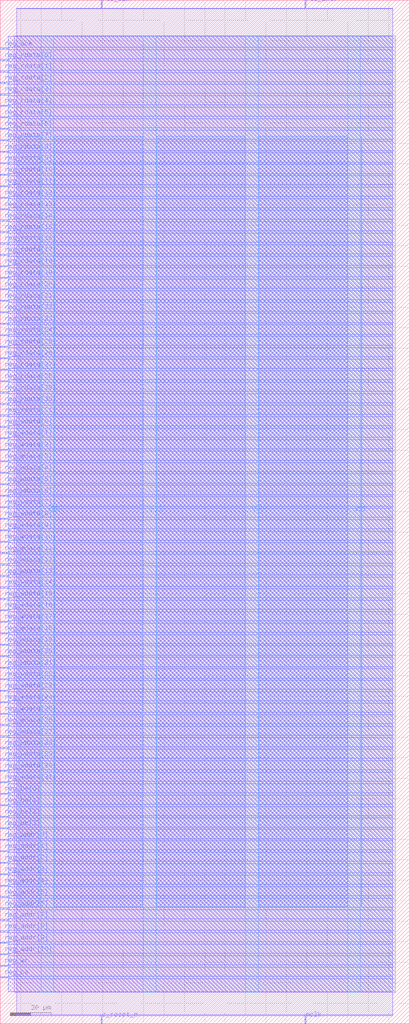
<source format=lef>
VERSION 5.7 ;
  NOWIREEXTENSIONATPIN ON ;
  DIVIDERCHAR "/" ;
  BUSBITCHARS "[]" ;
MACRO peri_top
  CLASS BLOCK ;
  FOREIGN peri_top ;
  ORIGIN 0.000 0.000 ;
  SIZE 200.000 BY 500.000 ;
  PIN VDD
    DIRECTION INOUT ;
    USE POWER ;
    PORT
      LAYER Metal4 ;
        RECT 19.940 15.380 26.140 482.460 ;
    END
    PORT
      LAYER Metal4 ;
        RECT 119.940 15.380 126.140 482.460 ;
    END
  END VDD
  PIN VSS
    DIRECTION INOUT ;
    USE GROUND ;
    PORT
      LAYER Metal4 ;
        RECT 69.940 15.380 76.140 482.460 ;
    END
    PORT
      LAYER Metal4 ;
        RECT 169.940 15.380 176.140 482.460 ;
    END
  END VSS
  PIN mclk
    DIRECTION INPUT ;
    USE SIGNAL ;
    ANTENNAGATEAREA 4.738000 ;
    ANTENNADIFFAREA 0.410400 ;
    PORT
      LAYER Metal2 ;
        RECT 148.960 0.000 149.520 4.000 ;
    END
  END mclk
  PIN reg_ack
    DIRECTION OUTPUT TRISTATE ;
    USE SIGNAL ;
    ANTENNADIFFAREA 0.360800 ;
    PORT
      LAYER Metal3 ;
        RECT 0.000 476.000 4.000 476.560 ;
    END
  END reg_ack
  PIN reg_addr[0]
    DIRECTION INPUT ;
    USE SIGNAL ;
    PORT
      LAYER Metal3 ;
        RECT 0.000 89.600 4.000 90.160 ;
    END
  END reg_addr[0]
  PIN reg_addr[10]
    DIRECTION INPUT ;
    USE SIGNAL ;
    PORT
      LAYER Metal3 ;
        RECT 0.000 33.600 4.000 34.160 ;
    END
  END reg_addr[10]
  PIN reg_addr[1]
    DIRECTION INPUT ;
    USE SIGNAL ;
    PORT
      LAYER Metal3 ;
        RECT 0.000 84.000 4.000 84.560 ;
    END
  END reg_addr[1]
  PIN reg_addr[2]
    DIRECTION INPUT ;
    USE SIGNAL ;
    ANTENNAGATEAREA 0.498500 ;
    ANTENNADIFFAREA 0.410400 ;
    PORT
      LAYER Metal3 ;
        RECT 0.000 78.400 4.000 78.960 ;
    END
  END reg_addr[2]
  PIN reg_addr[3]
    DIRECTION INPUT ;
    USE SIGNAL ;
    ANTENNAGATEAREA 0.741000 ;
    ANTENNADIFFAREA 0.410400 ;
    PORT
      LAYER Metal3 ;
        RECT 0.000 72.800 4.000 73.360 ;
    END
  END reg_addr[3]
  PIN reg_addr[4]
    DIRECTION INPUT ;
    USE SIGNAL ;
    ANTENNAGATEAREA 0.498500 ;
    ANTENNADIFFAREA 0.410400 ;
    PORT
      LAYER Metal3 ;
        RECT 0.000 67.200 4.000 67.760 ;
    END
  END reg_addr[4]
  PIN reg_addr[5]
    DIRECTION INPUT ;
    USE SIGNAL ;
    PORT
      LAYER Metal3 ;
        RECT 0.000 61.600 4.000 62.160 ;
    END
  END reg_addr[5]
  PIN reg_addr[6]
    DIRECTION INPUT ;
    USE SIGNAL ;
    PORT
      LAYER Metal3 ;
        RECT 0.000 56.000 4.000 56.560 ;
    END
  END reg_addr[6]
  PIN reg_addr[7]
    DIRECTION INPUT ;
    USE SIGNAL ;
    PORT
      LAYER Metal3 ;
        RECT 0.000 50.400 4.000 50.960 ;
    END
  END reg_addr[7]
  PIN reg_addr[8]
    DIRECTION INPUT ;
    USE SIGNAL ;
    PORT
      LAYER Metal3 ;
        RECT 0.000 44.800 4.000 45.360 ;
    END
  END reg_addr[8]
  PIN reg_addr[9]
    DIRECTION INPUT ;
    USE SIGNAL ;
    PORT
      LAYER Metal3 ;
        RECT 0.000 39.200 4.000 39.760 ;
    END
  END reg_addr[9]
  PIN reg_be[0]
    DIRECTION INPUT ;
    USE SIGNAL ;
    ANTENNAGATEAREA 2.204000 ;
    ANTENNADIFFAREA 0.410400 ;
    PORT
      LAYER Metal3 ;
        RECT 0.000 112.000 4.000 112.560 ;
    END
  END reg_be[0]
  PIN reg_be[1]
    DIRECTION INPUT ;
    USE SIGNAL ;
    ANTENNAGATEAREA 1.102000 ;
    ANTENNADIFFAREA 0.410400 ;
    PORT
      LAYER Metal3 ;
        RECT 0.000 106.400 4.000 106.960 ;
    END
  END reg_be[1]
  PIN reg_be[2]
    DIRECTION INPUT ;
    USE SIGNAL ;
    ANTENNAGATEAREA 1.102000 ;
    ANTENNADIFFAREA 0.410400 ;
    PORT
      LAYER Metal3 ;
        RECT 0.000 100.800 4.000 101.360 ;
    END
  END reg_be[2]
  PIN reg_be[3]
    DIRECTION INPUT ;
    USE SIGNAL ;
    ANTENNAGATEAREA 0.741000 ;
    ANTENNADIFFAREA 0.410400 ;
    PORT
      LAYER Metal3 ;
        RECT 0.000 95.200 4.000 95.760 ;
    END
  END reg_be[3]
  PIN reg_cs
    DIRECTION INPUT ;
    USE SIGNAL ;
    PORT
      LAYER Metal3 ;
        RECT 0.000 22.400 4.000 22.960 ;
    END
  END reg_cs
  PIN reg_rdata[0]
    DIRECTION OUTPUT TRISTATE ;
    USE SIGNAL ;
    ANTENNADIFFAREA 0.360800 ;
    PORT
      LAYER Metal3 ;
        RECT 0.000 470.400 4.000 470.960 ;
    END
  END reg_rdata[0]
  PIN reg_rdata[10]
    DIRECTION OUTPUT TRISTATE ;
    USE SIGNAL ;
    ANTENNADIFFAREA 0.360800 ;
    PORT
      LAYER Metal3 ;
        RECT 0.000 414.400 4.000 414.960 ;
    END
  END reg_rdata[10]
  PIN reg_rdata[11]
    DIRECTION OUTPUT TRISTATE ;
    USE SIGNAL ;
    ANTENNADIFFAREA 0.360800 ;
    PORT
      LAYER Metal3 ;
        RECT 0.000 408.800 4.000 409.360 ;
    END
  END reg_rdata[11]
  PIN reg_rdata[12]
    DIRECTION OUTPUT TRISTATE ;
    USE SIGNAL ;
    ANTENNADIFFAREA 0.360800 ;
    PORT
      LAYER Metal3 ;
        RECT 0.000 403.200 4.000 403.760 ;
    END
  END reg_rdata[12]
  PIN reg_rdata[13]
    DIRECTION OUTPUT TRISTATE ;
    USE SIGNAL ;
    ANTENNADIFFAREA 0.360800 ;
    PORT
      LAYER Metal3 ;
        RECT 0.000 397.600 4.000 398.160 ;
    END
  END reg_rdata[13]
  PIN reg_rdata[14]
    DIRECTION OUTPUT TRISTATE ;
    USE SIGNAL ;
    ANTENNADIFFAREA 0.360800 ;
    PORT
      LAYER Metal3 ;
        RECT 0.000 392.000 4.000 392.560 ;
    END
  END reg_rdata[14]
  PIN reg_rdata[15]
    DIRECTION OUTPUT TRISTATE ;
    USE SIGNAL ;
    ANTENNADIFFAREA 0.360800 ;
    PORT
      LAYER Metal3 ;
        RECT 0.000 386.400 4.000 386.960 ;
    END
  END reg_rdata[15]
  PIN reg_rdata[16]
    DIRECTION OUTPUT TRISTATE ;
    USE SIGNAL ;
    ANTENNADIFFAREA 0.360800 ;
    PORT
      LAYER Metal3 ;
        RECT 0.000 380.800 4.000 381.360 ;
    END
  END reg_rdata[16]
  PIN reg_rdata[17]
    DIRECTION OUTPUT TRISTATE ;
    USE SIGNAL ;
    ANTENNADIFFAREA 0.360800 ;
    PORT
      LAYER Metal3 ;
        RECT 0.000 375.200 4.000 375.760 ;
    END
  END reg_rdata[17]
  PIN reg_rdata[18]
    DIRECTION OUTPUT TRISTATE ;
    USE SIGNAL ;
    ANTENNADIFFAREA 0.360800 ;
    PORT
      LAYER Metal3 ;
        RECT 0.000 369.600 4.000 370.160 ;
    END
  END reg_rdata[18]
  PIN reg_rdata[19]
    DIRECTION OUTPUT TRISTATE ;
    USE SIGNAL ;
    ANTENNADIFFAREA 0.360800 ;
    PORT
      LAYER Metal3 ;
        RECT 0.000 364.000 4.000 364.560 ;
    END
  END reg_rdata[19]
  PIN reg_rdata[1]
    DIRECTION OUTPUT TRISTATE ;
    USE SIGNAL ;
    ANTENNADIFFAREA 0.360800 ;
    PORT
      LAYER Metal3 ;
        RECT 0.000 464.800 4.000 465.360 ;
    END
  END reg_rdata[1]
  PIN reg_rdata[20]
    DIRECTION OUTPUT TRISTATE ;
    USE SIGNAL ;
    ANTENNADIFFAREA 0.360800 ;
    PORT
      LAYER Metal3 ;
        RECT 0.000 358.400 4.000 358.960 ;
    END
  END reg_rdata[20]
  PIN reg_rdata[21]
    DIRECTION OUTPUT TRISTATE ;
    USE SIGNAL ;
    ANTENNADIFFAREA 0.360800 ;
    PORT
      LAYER Metal3 ;
        RECT 0.000 352.800 4.000 353.360 ;
    END
  END reg_rdata[21]
  PIN reg_rdata[22]
    DIRECTION OUTPUT TRISTATE ;
    USE SIGNAL ;
    ANTENNADIFFAREA 0.360800 ;
    PORT
      LAYER Metal3 ;
        RECT 0.000 347.200 4.000 347.760 ;
    END
  END reg_rdata[22]
  PIN reg_rdata[23]
    DIRECTION OUTPUT TRISTATE ;
    USE SIGNAL ;
    ANTENNADIFFAREA 0.360800 ;
    PORT
      LAYER Metal3 ;
        RECT 0.000 341.600 4.000 342.160 ;
    END
  END reg_rdata[23]
  PIN reg_rdata[24]
    DIRECTION OUTPUT TRISTATE ;
    USE SIGNAL ;
    ANTENNADIFFAREA 0.360800 ;
    PORT
      LAYER Metal3 ;
        RECT 0.000 336.000 4.000 336.560 ;
    END
  END reg_rdata[24]
  PIN reg_rdata[25]
    DIRECTION OUTPUT TRISTATE ;
    USE SIGNAL ;
    ANTENNADIFFAREA 0.360800 ;
    PORT
      LAYER Metal3 ;
        RECT 0.000 330.400 4.000 330.960 ;
    END
  END reg_rdata[25]
  PIN reg_rdata[26]
    DIRECTION OUTPUT TRISTATE ;
    USE SIGNAL ;
    ANTENNADIFFAREA 0.360800 ;
    PORT
      LAYER Metal3 ;
        RECT 0.000 324.800 4.000 325.360 ;
    END
  END reg_rdata[26]
  PIN reg_rdata[27]
    DIRECTION OUTPUT TRISTATE ;
    USE SIGNAL ;
    ANTENNADIFFAREA 0.360800 ;
    PORT
      LAYER Metal3 ;
        RECT 0.000 319.200 4.000 319.760 ;
    END
  END reg_rdata[27]
  PIN reg_rdata[28]
    DIRECTION OUTPUT TRISTATE ;
    USE SIGNAL ;
    ANTENNADIFFAREA 0.360800 ;
    PORT
      LAYER Metal3 ;
        RECT 0.000 313.600 4.000 314.160 ;
    END
  END reg_rdata[28]
  PIN reg_rdata[29]
    DIRECTION OUTPUT TRISTATE ;
    USE SIGNAL ;
    ANTENNADIFFAREA 0.360800 ;
    PORT
      LAYER Metal3 ;
        RECT 0.000 308.000 4.000 308.560 ;
    END
  END reg_rdata[29]
  PIN reg_rdata[2]
    DIRECTION OUTPUT TRISTATE ;
    USE SIGNAL ;
    ANTENNADIFFAREA 0.360800 ;
    PORT
      LAYER Metal3 ;
        RECT 0.000 459.200 4.000 459.760 ;
    END
  END reg_rdata[2]
  PIN reg_rdata[30]
    DIRECTION OUTPUT TRISTATE ;
    USE SIGNAL ;
    ANTENNADIFFAREA 0.360800 ;
    PORT
      LAYER Metal3 ;
        RECT 0.000 302.400 4.000 302.960 ;
    END
  END reg_rdata[30]
  PIN reg_rdata[31]
    DIRECTION OUTPUT TRISTATE ;
    USE SIGNAL ;
    ANTENNADIFFAREA 0.360800 ;
    PORT
      LAYER Metal3 ;
        RECT 0.000 296.800 4.000 297.360 ;
    END
  END reg_rdata[31]
  PIN reg_rdata[3]
    DIRECTION OUTPUT TRISTATE ;
    USE SIGNAL ;
    ANTENNADIFFAREA 0.360800 ;
    PORT
      LAYER Metal3 ;
        RECT 0.000 453.600 4.000 454.160 ;
    END
  END reg_rdata[3]
  PIN reg_rdata[4]
    DIRECTION OUTPUT TRISTATE ;
    USE SIGNAL ;
    ANTENNADIFFAREA 0.360800 ;
    PORT
      LAYER Metal3 ;
        RECT 0.000 448.000 4.000 448.560 ;
    END
  END reg_rdata[4]
  PIN reg_rdata[5]
    DIRECTION OUTPUT TRISTATE ;
    USE SIGNAL ;
    ANTENNADIFFAREA 0.360800 ;
    PORT
      LAYER Metal3 ;
        RECT 0.000 442.400 4.000 442.960 ;
    END
  END reg_rdata[5]
  PIN reg_rdata[6]
    DIRECTION OUTPUT TRISTATE ;
    USE SIGNAL ;
    ANTENNADIFFAREA 0.360800 ;
    PORT
      LAYER Metal3 ;
        RECT 0.000 436.800 4.000 437.360 ;
    END
  END reg_rdata[6]
  PIN reg_rdata[7]
    DIRECTION OUTPUT TRISTATE ;
    USE SIGNAL ;
    ANTENNADIFFAREA 0.360800 ;
    PORT
      LAYER Metal3 ;
        RECT 0.000 431.200 4.000 431.760 ;
    END
  END reg_rdata[7]
  PIN reg_rdata[8]
    DIRECTION OUTPUT TRISTATE ;
    USE SIGNAL ;
    ANTENNADIFFAREA 0.360800 ;
    PORT
      LAYER Metal3 ;
        RECT 0.000 425.600 4.000 426.160 ;
    END
  END reg_rdata[8]
  PIN reg_rdata[9]
    DIRECTION OUTPUT TRISTATE ;
    USE SIGNAL ;
    ANTENNADIFFAREA 0.360800 ;
    PORT
      LAYER Metal3 ;
        RECT 0.000 420.000 4.000 420.560 ;
    END
  END reg_rdata[9]
  PIN reg_wdata[0]
    DIRECTION INPUT ;
    USE SIGNAL ;
    ANTENNAGATEAREA 1.183000 ;
    ANTENNADIFFAREA 0.410400 ;
    PORT
      LAYER Metal3 ;
        RECT 0.000 291.200 4.000 291.760 ;
    END
  END reg_wdata[0]
  PIN reg_wdata[10]
    DIRECTION INPUT ;
    USE SIGNAL ;
    ANTENNAGATEAREA 1.102000 ;
    ANTENNADIFFAREA 0.410400 ;
    PORT
      LAYER Metal3 ;
        RECT 0.000 235.200 4.000 235.760 ;
    END
  END reg_wdata[10]
  PIN reg_wdata[11]
    DIRECTION INPUT ;
    USE SIGNAL ;
    ANTENNAGATEAREA 1.102000 ;
    ANTENNADIFFAREA 0.410400 ;
    PORT
      LAYER Metal3 ;
        RECT 0.000 229.600 4.000 230.160 ;
    END
  END reg_wdata[11]
  PIN reg_wdata[12]
    DIRECTION INPUT ;
    USE SIGNAL ;
    ANTENNAGATEAREA 1.102000 ;
    ANTENNADIFFAREA 0.410400 ;
    PORT
      LAYER Metal3 ;
        RECT 0.000 224.000 4.000 224.560 ;
    END
  END reg_wdata[12]
  PIN reg_wdata[13]
    DIRECTION INPUT ;
    USE SIGNAL ;
    ANTENNAGATEAREA 0.741000 ;
    ANTENNADIFFAREA 0.410400 ;
    PORT
      LAYER Metal3 ;
        RECT 0.000 218.400 4.000 218.960 ;
    END
  END reg_wdata[13]
  PIN reg_wdata[14]
    DIRECTION INPUT ;
    USE SIGNAL ;
    ANTENNAGATEAREA 0.741000 ;
    ANTENNADIFFAREA 0.410400 ;
    PORT
      LAYER Metal3 ;
        RECT 0.000 212.800 4.000 213.360 ;
    END
  END reg_wdata[14]
  PIN reg_wdata[15]
    DIRECTION INPUT ;
    USE SIGNAL ;
    ANTENNAGATEAREA 0.741000 ;
    ANTENNADIFFAREA 0.410400 ;
    PORT
      LAYER Metal3 ;
        RECT 0.000 207.200 4.000 207.760 ;
    END
  END reg_wdata[15]
  PIN reg_wdata[16]
    DIRECTION INPUT ;
    USE SIGNAL ;
    ANTENNAGATEAREA 0.726000 ;
    ANTENNADIFFAREA 0.410400 ;
    PORT
      LAYER Metal3 ;
        RECT 0.000 201.600 4.000 202.160 ;
    END
  END reg_wdata[16]
  PIN reg_wdata[17]
    DIRECTION INPUT ;
    USE SIGNAL ;
    ANTENNAGATEAREA 0.726000 ;
    ANTENNADIFFAREA 0.410400 ;
    PORT
      LAYER Metal3 ;
        RECT 0.000 196.000 4.000 196.560 ;
    END
  END reg_wdata[17]
  PIN reg_wdata[18]
    DIRECTION INPUT ;
    USE SIGNAL ;
    ANTENNAGATEAREA 0.498500 ;
    ANTENNADIFFAREA 0.410400 ;
    PORT
      LAYER Metal3 ;
        RECT 0.000 190.400 4.000 190.960 ;
    END
  END reg_wdata[18]
  PIN reg_wdata[19]
    DIRECTION INPUT ;
    USE SIGNAL ;
    ANTENNAGATEAREA 0.498500 ;
    ANTENNADIFFAREA 0.410400 ;
    PORT
      LAYER Metal3 ;
        RECT 0.000 184.800 4.000 185.360 ;
    END
  END reg_wdata[19]
  PIN reg_wdata[1]
    DIRECTION INPUT ;
    USE SIGNAL ;
    ANTENNAGATEAREA 1.183000 ;
    ANTENNADIFFAREA 0.410400 ;
    PORT
      LAYER Metal3 ;
        RECT 0.000 285.600 4.000 286.160 ;
    END
  END reg_wdata[1]
  PIN reg_wdata[20]
    DIRECTION INPUT ;
    USE SIGNAL ;
    ANTENNAGATEAREA 0.498500 ;
    ANTENNADIFFAREA 0.410400 ;
    PORT
      LAYER Metal3 ;
        RECT 0.000 179.200 4.000 179.760 ;
    END
  END reg_wdata[20]
  PIN reg_wdata[21]
    DIRECTION INPUT ;
    USE SIGNAL ;
    ANTENNAGATEAREA 0.498500 ;
    ANTENNADIFFAREA 0.410400 ;
    PORT
      LAYER Metal3 ;
        RECT 0.000 173.600 4.000 174.160 ;
    END
  END reg_wdata[21]
  PIN reg_wdata[22]
    DIRECTION INPUT ;
    USE SIGNAL ;
    ANTENNAGATEAREA 0.741000 ;
    ANTENNADIFFAREA 0.410400 ;
    PORT
      LAYER Metal3 ;
        RECT 0.000 168.000 4.000 168.560 ;
    END
  END reg_wdata[22]
  PIN reg_wdata[23]
    DIRECTION INPUT ;
    USE SIGNAL ;
    ANTENNAGATEAREA 0.741000 ;
    ANTENNADIFFAREA 0.410400 ;
    PORT
      LAYER Metal3 ;
        RECT 0.000 162.400 4.000 162.960 ;
    END
  END reg_wdata[23]
  PIN reg_wdata[24]
    DIRECTION INPUT ;
    USE SIGNAL ;
    ANTENNAGATEAREA 0.741000 ;
    ANTENNADIFFAREA 0.410400 ;
    PORT
      LAYER Metal3 ;
        RECT 0.000 156.800 4.000 157.360 ;
    END
  END reg_wdata[24]
  PIN reg_wdata[25]
    DIRECTION INPUT ;
    USE SIGNAL ;
    ANTENNAGATEAREA 0.741000 ;
    ANTENNADIFFAREA 0.410400 ;
    PORT
      LAYER Metal3 ;
        RECT 0.000 151.200 4.000 151.760 ;
    END
  END reg_wdata[25]
  PIN reg_wdata[26]
    DIRECTION INPUT ;
    USE SIGNAL ;
    ANTENNAGATEAREA 0.741000 ;
    ANTENNADIFFAREA 0.410400 ;
    PORT
      LAYER Metal3 ;
        RECT 0.000 145.600 4.000 146.160 ;
    END
  END reg_wdata[26]
  PIN reg_wdata[27]
    DIRECTION INPUT ;
    USE SIGNAL ;
    ANTENNAGATEAREA 0.741000 ;
    ANTENNADIFFAREA 0.410400 ;
    PORT
      LAYER Metal3 ;
        RECT 0.000 140.000 4.000 140.560 ;
    END
  END reg_wdata[27]
  PIN reg_wdata[28]
    DIRECTION INPUT ;
    USE SIGNAL ;
    ANTENNAGATEAREA 0.741000 ;
    ANTENNADIFFAREA 0.410400 ;
    PORT
      LAYER Metal3 ;
        RECT 0.000 134.400 4.000 134.960 ;
    END
  END reg_wdata[28]
  PIN reg_wdata[29]
    DIRECTION INPUT ;
    USE SIGNAL ;
    ANTENNAGATEAREA 0.741000 ;
    ANTENNADIFFAREA 0.410400 ;
    PORT
      LAYER Metal3 ;
        RECT 0.000 128.800 4.000 129.360 ;
    END
  END reg_wdata[29]
  PIN reg_wdata[2]
    DIRECTION INPUT ;
    USE SIGNAL ;
    ANTENNAGATEAREA 1.102000 ;
    ANTENNADIFFAREA 0.410400 ;
    PORT
      LAYER Metal3 ;
        RECT 0.000 280.000 4.000 280.560 ;
    END
  END reg_wdata[2]
  PIN reg_wdata[30]
    DIRECTION INPUT ;
    USE SIGNAL ;
    ANTENNAGATEAREA 0.741000 ;
    ANTENNADIFFAREA 0.410400 ;
    PORT
      LAYER Metal3 ;
        RECT 0.000 123.200 4.000 123.760 ;
    END
  END reg_wdata[30]
  PIN reg_wdata[31]
    DIRECTION INPUT ;
    USE SIGNAL ;
    ANTENNAGATEAREA 0.741000 ;
    ANTENNADIFFAREA 0.410400 ;
    PORT
      LAYER Metal3 ;
        RECT 0.000 117.600 4.000 118.160 ;
    END
  END reg_wdata[31]
  PIN reg_wdata[3]
    DIRECTION INPUT ;
    USE SIGNAL ;
    ANTENNAGATEAREA 1.102000 ;
    ANTENNADIFFAREA 0.410400 ;
    PORT
      LAYER Metal3 ;
        RECT 0.000 274.400 4.000 274.960 ;
    END
  END reg_wdata[3]
  PIN reg_wdata[4]
    DIRECTION INPUT ;
    USE SIGNAL ;
    ANTENNAGATEAREA 1.102000 ;
    ANTENNADIFFAREA 0.410400 ;
    PORT
      LAYER Metal3 ;
        RECT 0.000 268.800 4.000 269.360 ;
    END
  END reg_wdata[4]
  PIN reg_wdata[5]
    DIRECTION INPUT ;
    USE SIGNAL ;
    ANTENNAGATEAREA 1.102000 ;
    ANTENNADIFFAREA 0.410400 ;
    PORT
      LAYER Metal3 ;
        RECT 0.000 263.200 4.000 263.760 ;
    END
  END reg_wdata[5]
  PIN reg_wdata[6]
    DIRECTION INPUT ;
    USE SIGNAL ;
    ANTENNAGATEAREA 0.741000 ;
    ANTENNADIFFAREA 0.410400 ;
    PORT
      LAYER Metal3 ;
        RECT 0.000 257.600 4.000 258.160 ;
    END
  END reg_wdata[6]
  PIN reg_wdata[7]
    DIRECTION INPUT ;
    USE SIGNAL ;
    ANTENNAGATEAREA 0.741000 ;
    ANTENNADIFFAREA 0.410400 ;
    PORT
      LAYER Metal3 ;
        RECT 0.000 252.000 4.000 252.560 ;
    END
  END reg_wdata[7]
  PIN reg_wdata[8]
    DIRECTION INPUT ;
    USE SIGNAL ;
    ANTENNAGATEAREA 1.102000 ;
    ANTENNADIFFAREA 0.410400 ;
    PORT
      LAYER Metal3 ;
        RECT 0.000 246.400 4.000 246.960 ;
    END
  END reg_wdata[8]
  PIN reg_wdata[9]
    DIRECTION INPUT ;
    USE SIGNAL ;
    ANTENNAGATEAREA 1.102000 ;
    ANTENNADIFFAREA 0.410400 ;
    PORT
      LAYER Metal3 ;
        RECT 0.000 240.800 4.000 241.360 ;
    END
  END reg_wdata[9]
  PIN reg_wr
    DIRECTION INPUT ;
    USE SIGNAL ;
    ANTENNAGATEAREA 0.741000 ;
    ANTENNADIFFAREA 0.410400 ;
    PORT
      LAYER Metal3 ;
        RECT 0.000 28.000 4.000 28.560 ;
    END
  END reg_wr
  PIN rtc_clk
    DIRECTION INPUT ;
    USE SIGNAL ;
    ANTENNAGATEAREA 1.102000 ;
    ANTENNADIFFAREA 0.410400 ;
    PORT
      LAYER Metal2 ;
        RECT 49.280 496.000 49.840 500.000 ;
    END
  END rtc_clk
  PIN rtc_intr
    DIRECTION OUTPUT TRISTATE ;
    USE SIGNAL ;
    ANTENNADIFFAREA 0.754600 ;
    PORT
      LAYER Metal2 ;
        RECT 148.960 496.000 149.520 500.000 ;
    END
  END rtc_intr
  PIN s_reset_n
    DIRECTION INPUT ;
    USE SIGNAL ;
    ANTENNAGATEAREA 1.498000 ;
    ANTENNADIFFAREA 0.820800 ;
    PORT
      LAYER Metal2 ;
        RECT 49.280 0.000 49.840 4.000 ;
    END
  END s_reset_n
  OBS
      LAYER Metal1 ;
        RECT 6.720 15.380 193.200 482.460 ;
      LAYER Metal2 ;
        RECT 7.980 495.700 48.980 496.000 ;
        RECT 50.140 495.700 148.660 496.000 ;
        RECT 149.820 495.700 191.940 496.000 ;
        RECT 7.980 4.300 191.940 495.700 ;
        RECT 7.980 4.000 48.980 4.300 ;
        RECT 50.140 4.000 148.660 4.300 ;
        RECT 149.820 4.000 191.940 4.300 ;
      LAYER Metal3 ;
        RECT 4.000 476.860 191.990 482.300 ;
        RECT 4.300 475.700 191.990 476.860 ;
        RECT 4.000 471.260 191.990 475.700 ;
        RECT 4.300 470.100 191.990 471.260 ;
        RECT 4.000 465.660 191.990 470.100 ;
        RECT 4.300 464.500 191.990 465.660 ;
        RECT 4.000 460.060 191.990 464.500 ;
        RECT 4.300 458.900 191.990 460.060 ;
        RECT 4.000 454.460 191.990 458.900 ;
        RECT 4.300 453.300 191.990 454.460 ;
        RECT 4.000 448.860 191.990 453.300 ;
        RECT 4.300 447.700 191.990 448.860 ;
        RECT 4.000 443.260 191.990 447.700 ;
        RECT 4.300 442.100 191.990 443.260 ;
        RECT 4.000 437.660 191.990 442.100 ;
        RECT 4.300 436.500 191.990 437.660 ;
        RECT 4.000 432.060 191.990 436.500 ;
        RECT 4.300 430.900 191.990 432.060 ;
        RECT 4.000 426.460 191.990 430.900 ;
        RECT 4.300 425.300 191.990 426.460 ;
        RECT 4.000 420.860 191.990 425.300 ;
        RECT 4.300 419.700 191.990 420.860 ;
        RECT 4.000 415.260 191.990 419.700 ;
        RECT 4.300 414.100 191.990 415.260 ;
        RECT 4.000 409.660 191.990 414.100 ;
        RECT 4.300 408.500 191.990 409.660 ;
        RECT 4.000 404.060 191.990 408.500 ;
        RECT 4.300 402.900 191.990 404.060 ;
        RECT 4.000 398.460 191.990 402.900 ;
        RECT 4.300 397.300 191.990 398.460 ;
        RECT 4.000 392.860 191.990 397.300 ;
        RECT 4.300 391.700 191.990 392.860 ;
        RECT 4.000 387.260 191.990 391.700 ;
        RECT 4.300 386.100 191.990 387.260 ;
        RECT 4.000 381.660 191.990 386.100 ;
        RECT 4.300 380.500 191.990 381.660 ;
        RECT 4.000 376.060 191.990 380.500 ;
        RECT 4.300 374.900 191.990 376.060 ;
        RECT 4.000 370.460 191.990 374.900 ;
        RECT 4.300 369.300 191.990 370.460 ;
        RECT 4.000 364.860 191.990 369.300 ;
        RECT 4.300 363.700 191.990 364.860 ;
        RECT 4.000 359.260 191.990 363.700 ;
        RECT 4.300 358.100 191.990 359.260 ;
        RECT 4.000 353.660 191.990 358.100 ;
        RECT 4.300 352.500 191.990 353.660 ;
        RECT 4.000 348.060 191.990 352.500 ;
        RECT 4.300 346.900 191.990 348.060 ;
        RECT 4.000 342.460 191.990 346.900 ;
        RECT 4.300 341.300 191.990 342.460 ;
        RECT 4.000 336.860 191.990 341.300 ;
        RECT 4.300 335.700 191.990 336.860 ;
        RECT 4.000 331.260 191.990 335.700 ;
        RECT 4.300 330.100 191.990 331.260 ;
        RECT 4.000 325.660 191.990 330.100 ;
        RECT 4.300 324.500 191.990 325.660 ;
        RECT 4.000 320.060 191.990 324.500 ;
        RECT 4.300 318.900 191.990 320.060 ;
        RECT 4.000 314.460 191.990 318.900 ;
        RECT 4.300 313.300 191.990 314.460 ;
        RECT 4.000 308.860 191.990 313.300 ;
        RECT 4.300 307.700 191.990 308.860 ;
        RECT 4.000 303.260 191.990 307.700 ;
        RECT 4.300 302.100 191.990 303.260 ;
        RECT 4.000 297.660 191.990 302.100 ;
        RECT 4.300 296.500 191.990 297.660 ;
        RECT 4.000 292.060 191.990 296.500 ;
        RECT 4.300 290.900 191.990 292.060 ;
        RECT 4.000 286.460 191.990 290.900 ;
        RECT 4.300 285.300 191.990 286.460 ;
        RECT 4.000 280.860 191.990 285.300 ;
        RECT 4.300 279.700 191.990 280.860 ;
        RECT 4.000 275.260 191.990 279.700 ;
        RECT 4.300 274.100 191.990 275.260 ;
        RECT 4.000 269.660 191.990 274.100 ;
        RECT 4.300 268.500 191.990 269.660 ;
        RECT 4.000 264.060 191.990 268.500 ;
        RECT 4.300 262.900 191.990 264.060 ;
        RECT 4.000 258.460 191.990 262.900 ;
        RECT 4.300 257.300 191.990 258.460 ;
        RECT 4.000 252.860 191.990 257.300 ;
        RECT 4.300 251.700 191.990 252.860 ;
        RECT 4.000 247.260 191.990 251.700 ;
        RECT 4.300 246.100 191.990 247.260 ;
        RECT 4.000 241.660 191.990 246.100 ;
        RECT 4.300 240.500 191.990 241.660 ;
        RECT 4.000 236.060 191.990 240.500 ;
        RECT 4.300 234.900 191.990 236.060 ;
        RECT 4.000 230.460 191.990 234.900 ;
        RECT 4.300 229.300 191.990 230.460 ;
        RECT 4.000 224.860 191.990 229.300 ;
        RECT 4.300 223.700 191.990 224.860 ;
        RECT 4.000 219.260 191.990 223.700 ;
        RECT 4.300 218.100 191.990 219.260 ;
        RECT 4.000 213.660 191.990 218.100 ;
        RECT 4.300 212.500 191.990 213.660 ;
        RECT 4.000 208.060 191.990 212.500 ;
        RECT 4.300 206.900 191.990 208.060 ;
        RECT 4.000 202.460 191.990 206.900 ;
        RECT 4.300 201.300 191.990 202.460 ;
        RECT 4.000 196.860 191.990 201.300 ;
        RECT 4.300 195.700 191.990 196.860 ;
        RECT 4.000 191.260 191.990 195.700 ;
        RECT 4.300 190.100 191.990 191.260 ;
        RECT 4.000 185.660 191.990 190.100 ;
        RECT 4.300 184.500 191.990 185.660 ;
        RECT 4.000 180.060 191.990 184.500 ;
        RECT 4.300 178.900 191.990 180.060 ;
        RECT 4.000 174.460 191.990 178.900 ;
        RECT 4.300 173.300 191.990 174.460 ;
        RECT 4.000 168.860 191.990 173.300 ;
        RECT 4.300 167.700 191.990 168.860 ;
        RECT 4.000 163.260 191.990 167.700 ;
        RECT 4.300 162.100 191.990 163.260 ;
        RECT 4.000 157.660 191.990 162.100 ;
        RECT 4.300 156.500 191.990 157.660 ;
        RECT 4.000 152.060 191.990 156.500 ;
        RECT 4.300 150.900 191.990 152.060 ;
        RECT 4.000 146.460 191.990 150.900 ;
        RECT 4.300 145.300 191.990 146.460 ;
        RECT 4.000 140.860 191.990 145.300 ;
        RECT 4.300 139.700 191.990 140.860 ;
        RECT 4.000 135.260 191.990 139.700 ;
        RECT 4.300 134.100 191.990 135.260 ;
        RECT 4.000 129.660 191.990 134.100 ;
        RECT 4.300 128.500 191.990 129.660 ;
        RECT 4.000 124.060 191.990 128.500 ;
        RECT 4.300 122.900 191.990 124.060 ;
        RECT 4.000 118.460 191.990 122.900 ;
        RECT 4.300 117.300 191.990 118.460 ;
        RECT 4.000 112.860 191.990 117.300 ;
        RECT 4.300 111.700 191.990 112.860 ;
        RECT 4.000 107.260 191.990 111.700 ;
        RECT 4.300 106.100 191.990 107.260 ;
        RECT 4.000 101.660 191.990 106.100 ;
        RECT 4.300 100.500 191.990 101.660 ;
        RECT 4.000 96.060 191.990 100.500 ;
        RECT 4.300 94.900 191.990 96.060 ;
        RECT 4.000 90.460 191.990 94.900 ;
        RECT 4.300 89.300 191.990 90.460 ;
        RECT 4.000 84.860 191.990 89.300 ;
        RECT 4.300 83.700 191.990 84.860 ;
        RECT 4.000 79.260 191.990 83.700 ;
        RECT 4.300 78.100 191.990 79.260 ;
        RECT 4.000 73.660 191.990 78.100 ;
        RECT 4.300 72.500 191.990 73.660 ;
        RECT 4.000 68.060 191.990 72.500 ;
        RECT 4.300 66.900 191.990 68.060 ;
        RECT 4.000 62.460 191.990 66.900 ;
        RECT 4.300 61.300 191.990 62.460 ;
        RECT 4.000 56.860 191.990 61.300 ;
        RECT 4.300 55.700 191.990 56.860 ;
        RECT 4.000 51.260 191.990 55.700 ;
        RECT 4.300 50.100 191.990 51.260 ;
        RECT 4.000 45.660 191.990 50.100 ;
        RECT 4.300 44.500 191.990 45.660 ;
        RECT 4.000 40.060 191.990 44.500 ;
        RECT 4.300 38.900 191.990 40.060 ;
        RECT 4.000 34.460 191.990 38.900 ;
        RECT 4.300 33.300 191.990 34.460 ;
        RECT 4.000 28.860 191.990 33.300 ;
        RECT 4.300 27.700 191.990 28.860 ;
        RECT 4.000 23.260 191.990 27.700 ;
        RECT 4.300 22.100 191.990 23.260 ;
        RECT 4.000 15.540 191.990 22.100 ;
      LAYER Metal4 ;
        RECT 9.100 57.210 19.640 433.350 ;
        RECT 26.440 57.210 69.640 433.350 ;
        RECT 76.440 57.210 119.640 433.350 ;
        RECT 126.440 57.210 169.640 433.350 ;
        RECT 176.440 57.210 176.820 433.350 ;
  END
END peri_top
END LIBRARY


</source>
